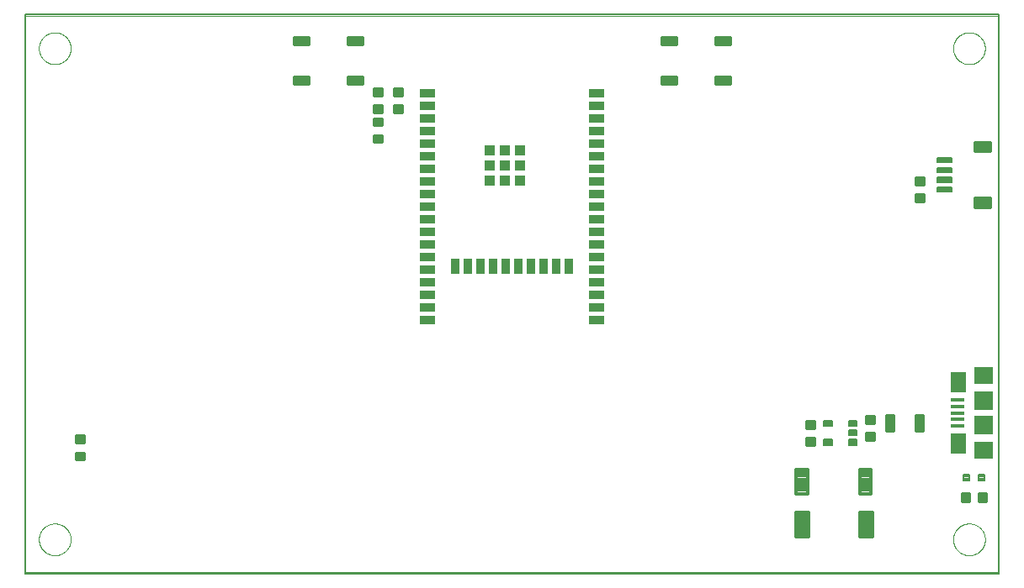
<source format=gtp>
G75*
%MOIN*%
%OFA0B0*%
%FSLAX25Y25*%
%IPPOS*%
%LPD*%
%AMOC8*
5,1,8,0,0,1.08239X$1,22.5*
%
%ADD10C,0.00000*%
%ADD11C,0.01575*%
%ADD12C,0.01476*%
%ADD13C,0.00984*%
%ADD14C,0.00787*%
%ADD15C,0.00500*%
%ADD16R,0.05906X0.03543*%
%ADD17R,0.03543X0.05906*%
%ADD18R,0.04134X0.04134*%
%ADD19R,0.04094X0.04094*%
%ADD20R,0.04094X0.04134*%
%ADD21R,0.04134X0.04094*%
%ADD22C,0.00689*%
%ADD23R,0.05315X0.01575*%
%ADD24R,0.06299X0.08268*%
%ADD25R,0.07480X0.07087*%
%ADD26R,0.07480X0.07480*%
%ADD27C,0.01181*%
%ADD28C,0.00591*%
D10*
X0003000Y0010697D02*
X0003000Y0231169D01*
X0388827Y0231169D01*
X0388827Y0010697D01*
X0003000Y0010697D01*
X0008512Y0023492D02*
X0008514Y0023650D01*
X0008520Y0023808D01*
X0008530Y0023966D01*
X0008544Y0024124D01*
X0008562Y0024281D01*
X0008583Y0024438D01*
X0008609Y0024594D01*
X0008639Y0024750D01*
X0008672Y0024905D01*
X0008710Y0025058D01*
X0008751Y0025211D01*
X0008796Y0025363D01*
X0008845Y0025514D01*
X0008898Y0025663D01*
X0008954Y0025811D01*
X0009014Y0025957D01*
X0009078Y0026102D01*
X0009146Y0026245D01*
X0009217Y0026387D01*
X0009291Y0026527D01*
X0009369Y0026664D01*
X0009451Y0026800D01*
X0009535Y0026934D01*
X0009624Y0027065D01*
X0009715Y0027194D01*
X0009810Y0027321D01*
X0009907Y0027446D01*
X0010008Y0027568D01*
X0010112Y0027687D01*
X0010219Y0027804D01*
X0010329Y0027918D01*
X0010442Y0028029D01*
X0010557Y0028138D01*
X0010675Y0028243D01*
X0010796Y0028345D01*
X0010919Y0028445D01*
X0011045Y0028541D01*
X0011173Y0028634D01*
X0011303Y0028724D01*
X0011436Y0028810D01*
X0011571Y0028894D01*
X0011707Y0028973D01*
X0011846Y0029050D01*
X0011987Y0029122D01*
X0012129Y0029192D01*
X0012273Y0029257D01*
X0012419Y0029319D01*
X0012566Y0029377D01*
X0012715Y0029432D01*
X0012865Y0029483D01*
X0013016Y0029530D01*
X0013168Y0029573D01*
X0013321Y0029612D01*
X0013476Y0029648D01*
X0013631Y0029679D01*
X0013787Y0029707D01*
X0013943Y0029731D01*
X0014100Y0029751D01*
X0014258Y0029767D01*
X0014415Y0029779D01*
X0014574Y0029787D01*
X0014732Y0029791D01*
X0014890Y0029791D01*
X0015048Y0029787D01*
X0015207Y0029779D01*
X0015364Y0029767D01*
X0015522Y0029751D01*
X0015679Y0029731D01*
X0015835Y0029707D01*
X0015991Y0029679D01*
X0016146Y0029648D01*
X0016301Y0029612D01*
X0016454Y0029573D01*
X0016606Y0029530D01*
X0016757Y0029483D01*
X0016907Y0029432D01*
X0017056Y0029377D01*
X0017203Y0029319D01*
X0017349Y0029257D01*
X0017493Y0029192D01*
X0017635Y0029122D01*
X0017776Y0029050D01*
X0017915Y0028973D01*
X0018051Y0028894D01*
X0018186Y0028810D01*
X0018319Y0028724D01*
X0018449Y0028634D01*
X0018577Y0028541D01*
X0018703Y0028445D01*
X0018826Y0028345D01*
X0018947Y0028243D01*
X0019065Y0028138D01*
X0019180Y0028029D01*
X0019293Y0027918D01*
X0019403Y0027804D01*
X0019510Y0027687D01*
X0019614Y0027568D01*
X0019715Y0027446D01*
X0019812Y0027321D01*
X0019907Y0027194D01*
X0019998Y0027065D01*
X0020087Y0026934D01*
X0020171Y0026800D01*
X0020253Y0026664D01*
X0020331Y0026527D01*
X0020405Y0026387D01*
X0020476Y0026245D01*
X0020544Y0026102D01*
X0020608Y0025957D01*
X0020668Y0025811D01*
X0020724Y0025663D01*
X0020777Y0025514D01*
X0020826Y0025363D01*
X0020871Y0025211D01*
X0020912Y0025058D01*
X0020950Y0024905D01*
X0020983Y0024750D01*
X0021013Y0024594D01*
X0021039Y0024438D01*
X0021060Y0024281D01*
X0021078Y0024124D01*
X0021092Y0023966D01*
X0021102Y0023808D01*
X0021108Y0023650D01*
X0021110Y0023492D01*
X0021108Y0023334D01*
X0021102Y0023176D01*
X0021092Y0023018D01*
X0021078Y0022860D01*
X0021060Y0022703D01*
X0021039Y0022546D01*
X0021013Y0022390D01*
X0020983Y0022234D01*
X0020950Y0022079D01*
X0020912Y0021926D01*
X0020871Y0021773D01*
X0020826Y0021621D01*
X0020777Y0021470D01*
X0020724Y0021321D01*
X0020668Y0021173D01*
X0020608Y0021027D01*
X0020544Y0020882D01*
X0020476Y0020739D01*
X0020405Y0020597D01*
X0020331Y0020457D01*
X0020253Y0020320D01*
X0020171Y0020184D01*
X0020087Y0020050D01*
X0019998Y0019919D01*
X0019907Y0019790D01*
X0019812Y0019663D01*
X0019715Y0019538D01*
X0019614Y0019416D01*
X0019510Y0019297D01*
X0019403Y0019180D01*
X0019293Y0019066D01*
X0019180Y0018955D01*
X0019065Y0018846D01*
X0018947Y0018741D01*
X0018826Y0018639D01*
X0018703Y0018539D01*
X0018577Y0018443D01*
X0018449Y0018350D01*
X0018319Y0018260D01*
X0018186Y0018174D01*
X0018051Y0018090D01*
X0017915Y0018011D01*
X0017776Y0017934D01*
X0017635Y0017862D01*
X0017493Y0017792D01*
X0017349Y0017727D01*
X0017203Y0017665D01*
X0017056Y0017607D01*
X0016907Y0017552D01*
X0016757Y0017501D01*
X0016606Y0017454D01*
X0016454Y0017411D01*
X0016301Y0017372D01*
X0016146Y0017336D01*
X0015991Y0017305D01*
X0015835Y0017277D01*
X0015679Y0017253D01*
X0015522Y0017233D01*
X0015364Y0017217D01*
X0015207Y0017205D01*
X0015048Y0017197D01*
X0014890Y0017193D01*
X0014732Y0017193D01*
X0014574Y0017197D01*
X0014415Y0017205D01*
X0014258Y0017217D01*
X0014100Y0017233D01*
X0013943Y0017253D01*
X0013787Y0017277D01*
X0013631Y0017305D01*
X0013476Y0017336D01*
X0013321Y0017372D01*
X0013168Y0017411D01*
X0013016Y0017454D01*
X0012865Y0017501D01*
X0012715Y0017552D01*
X0012566Y0017607D01*
X0012419Y0017665D01*
X0012273Y0017727D01*
X0012129Y0017792D01*
X0011987Y0017862D01*
X0011846Y0017934D01*
X0011707Y0018011D01*
X0011571Y0018090D01*
X0011436Y0018174D01*
X0011303Y0018260D01*
X0011173Y0018350D01*
X0011045Y0018443D01*
X0010919Y0018539D01*
X0010796Y0018639D01*
X0010675Y0018741D01*
X0010557Y0018846D01*
X0010442Y0018955D01*
X0010329Y0019066D01*
X0010219Y0019180D01*
X0010112Y0019297D01*
X0010008Y0019416D01*
X0009907Y0019538D01*
X0009810Y0019663D01*
X0009715Y0019790D01*
X0009624Y0019919D01*
X0009535Y0020050D01*
X0009451Y0020184D01*
X0009369Y0020320D01*
X0009291Y0020457D01*
X0009217Y0020597D01*
X0009146Y0020739D01*
X0009078Y0020882D01*
X0009014Y0021027D01*
X0008954Y0021173D01*
X0008898Y0021321D01*
X0008845Y0021470D01*
X0008796Y0021621D01*
X0008751Y0021773D01*
X0008710Y0021926D01*
X0008672Y0022079D01*
X0008639Y0022234D01*
X0008609Y0022390D01*
X0008583Y0022546D01*
X0008562Y0022703D01*
X0008544Y0022860D01*
X0008530Y0023018D01*
X0008520Y0023176D01*
X0008514Y0023334D01*
X0008512Y0023492D01*
X0008512Y0218374D02*
X0008514Y0218532D01*
X0008520Y0218690D01*
X0008530Y0218848D01*
X0008544Y0219006D01*
X0008562Y0219163D01*
X0008583Y0219320D01*
X0008609Y0219476D01*
X0008639Y0219632D01*
X0008672Y0219787D01*
X0008710Y0219940D01*
X0008751Y0220093D01*
X0008796Y0220245D01*
X0008845Y0220396D01*
X0008898Y0220545D01*
X0008954Y0220693D01*
X0009014Y0220839D01*
X0009078Y0220984D01*
X0009146Y0221127D01*
X0009217Y0221269D01*
X0009291Y0221409D01*
X0009369Y0221546D01*
X0009451Y0221682D01*
X0009535Y0221816D01*
X0009624Y0221947D01*
X0009715Y0222076D01*
X0009810Y0222203D01*
X0009907Y0222328D01*
X0010008Y0222450D01*
X0010112Y0222569D01*
X0010219Y0222686D01*
X0010329Y0222800D01*
X0010442Y0222911D01*
X0010557Y0223020D01*
X0010675Y0223125D01*
X0010796Y0223227D01*
X0010919Y0223327D01*
X0011045Y0223423D01*
X0011173Y0223516D01*
X0011303Y0223606D01*
X0011436Y0223692D01*
X0011571Y0223776D01*
X0011707Y0223855D01*
X0011846Y0223932D01*
X0011987Y0224004D01*
X0012129Y0224074D01*
X0012273Y0224139D01*
X0012419Y0224201D01*
X0012566Y0224259D01*
X0012715Y0224314D01*
X0012865Y0224365D01*
X0013016Y0224412D01*
X0013168Y0224455D01*
X0013321Y0224494D01*
X0013476Y0224530D01*
X0013631Y0224561D01*
X0013787Y0224589D01*
X0013943Y0224613D01*
X0014100Y0224633D01*
X0014258Y0224649D01*
X0014415Y0224661D01*
X0014574Y0224669D01*
X0014732Y0224673D01*
X0014890Y0224673D01*
X0015048Y0224669D01*
X0015207Y0224661D01*
X0015364Y0224649D01*
X0015522Y0224633D01*
X0015679Y0224613D01*
X0015835Y0224589D01*
X0015991Y0224561D01*
X0016146Y0224530D01*
X0016301Y0224494D01*
X0016454Y0224455D01*
X0016606Y0224412D01*
X0016757Y0224365D01*
X0016907Y0224314D01*
X0017056Y0224259D01*
X0017203Y0224201D01*
X0017349Y0224139D01*
X0017493Y0224074D01*
X0017635Y0224004D01*
X0017776Y0223932D01*
X0017915Y0223855D01*
X0018051Y0223776D01*
X0018186Y0223692D01*
X0018319Y0223606D01*
X0018449Y0223516D01*
X0018577Y0223423D01*
X0018703Y0223327D01*
X0018826Y0223227D01*
X0018947Y0223125D01*
X0019065Y0223020D01*
X0019180Y0222911D01*
X0019293Y0222800D01*
X0019403Y0222686D01*
X0019510Y0222569D01*
X0019614Y0222450D01*
X0019715Y0222328D01*
X0019812Y0222203D01*
X0019907Y0222076D01*
X0019998Y0221947D01*
X0020087Y0221816D01*
X0020171Y0221682D01*
X0020253Y0221546D01*
X0020331Y0221409D01*
X0020405Y0221269D01*
X0020476Y0221127D01*
X0020544Y0220984D01*
X0020608Y0220839D01*
X0020668Y0220693D01*
X0020724Y0220545D01*
X0020777Y0220396D01*
X0020826Y0220245D01*
X0020871Y0220093D01*
X0020912Y0219940D01*
X0020950Y0219787D01*
X0020983Y0219632D01*
X0021013Y0219476D01*
X0021039Y0219320D01*
X0021060Y0219163D01*
X0021078Y0219006D01*
X0021092Y0218848D01*
X0021102Y0218690D01*
X0021108Y0218532D01*
X0021110Y0218374D01*
X0021108Y0218216D01*
X0021102Y0218058D01*
X0021092Y0217900D01*
X0021078Y0217742D01*
X0021060Y0217585D01*
X0021039Y0217428D01*
X0021013Y0217272D01*
X0020983Y0217116D01*
X0020950Y0216961D01*
X0020912Y0216808D01*
X0020871Y0216655D01*
X0020826Y0216503D01*
X0020777Y0216352D01*
X0020724Y0216203D01*
X0020668Y0216055D01*
X0020608Y0215909D01*
X0020544Y0215764D01*
X0020476Y0215621D01*
X0020405Y0215479D01*
X0020331Y0215339D01*
X0020253Y0215202D01*
X0020171Y0215066D01*
X0020087Y0214932D01*
X0019998Y0214801D01*
X0019907Y0214672D01*
X0019812Y0214545D01*
X0019715Y0214420D01*
X0019614Y0214298D01*
X0019510Y0214179D01*
X0019403Y0214062D01*
X0019293Y0213948D01*
X0019180Y0213837D01*
X0019065Y0213728D01*
X0018947Y0213623D01*
X0018826Y0213521D01*
X0018703Y0213421D01*
X0018577Y0213325D01*
X0018449Y0213232D01*
X0018319Y0213142D01*
X0018186Y0213056D01*
X0018051Y0212972D01*
X0017915Y0212893D01*
X0017776Y0212816D01*
X0017635Y0212744D01*
X0017493Y0212674D01*
X0017349Y0212609D01*
X0017203Y0212547D01*
X0017056Y0212489D01*
X0016907Y0212434D01*
X0016757Y0212383D01*
X0016606Y0212336D01*
X0016454Y0212293D01*
X0016301Y0212254D01*
X0016146Y0212218D01*
X0015991Y0212187D01*
X0015835Y0212159D01*
X0015679Y0212135D01*
X0015522Y0212115D01*
X0015364Y0212099D01*
X0015207Y0212087D01*
X0015048Y0212079D01*
X0014890Y0212075D01*
X0014732Y0212075D01*
X0014574Y0212079D01*
X0014415Y0212087D01*
X0014258Y0212099D01*
X0014100Y0212115D01*
X0013943Y0212135D01*
X0013787Y0212159D01*
X0013631Y0212187D01*
X0013476Y0212218D01*
X0013321Y0212254D01*
X0013168Y0212293D01*
X0013016Y0212336D01*
X0012865Y0212383D01*
X0012715Y0212434D01*
X0012566Y0212489D01*
X0012419Y0212547D01*
X0012273Y0212609D01*
X0012129Y0212674D01*
X0011987Y0212744D01*
X0011846Y0212816D01*
X0011707Y0212893D01*
X0011571Y0212972D01*
X0011436Y0213056D01*
X0011303Y0213142D01*
X0011173Y0213232D01*
X0011045Y0213325D01*
X0010919Y0213421D01*
X0010796Y0213521D01*
X0010675Y0213623D01*
X0010557Y0213728D01*
X0010442Y0213837D01*
X0010329Y0213948D01*
X0010219Y0214062D01*
X0010112Y0214179D01*
X0010008Y0214298D01*
X0009907Y0214420D01*
X0009810Y0214545D01*
X0009715Y0214672D01*
X0009624Y0214801D01*
X0009535Y0214932D01*
X0009451Y0215066D01*
X0009369Y0215202D01*
X0009291Y0215339D01*
X0009217Y0215479D01*
X0009146Y0215621D01*
X0009078Y0215764D01*
X0009014Y0215909D01*
X0008954Y0216055D01*
X0008898Y0216203D01*
X0008845Y0216352D01*
X0008796Y0216503D01*
X0008751Y0216655D01*
X0008710Y0216808D01*
X0008672Y0216961D01*
X0008639Y0217116D01*
X0008609Y0217272D01*
X0008583Y0217428D01*
X0008562Y0217585D01*
X0008544Y0217742D01*
X0008530Y0217900D01*
X0008520Y0218058D01*
X0008514Y0218216D01*
X0008512Y0218374D01*
X0370717Y0218374D02*
X0370719Y0218532D01*
X0370725Y0218690D01*
X0370735Y0218848D01*
X0370749Y0219006D01*
X0370767Y0219163D01*
X0370788Y0219320D01*
X0370814Y0219476D01*
X0370844Y0219632D01*
X0370877Y0219787D01*
X0370915Y0219940D01*
X0370956Y0220093D01*
X0371001Y0220245D01*
X0371050Y0220396D01*
X0371103Y0220545D01*
X0371159Y0220693D01*
X0371219Y0220839D01*
X0371283Y0220984D01*
X0371351Y0221127D01*
X0371422Y0221269D01*
X0371496Y0221409D01*
X0371574Y0221546D01*
X0371656Y0221682D01*
X0371740Y0221816D01*
X0371829Y0221947D01*
X0371920Y0222076D01*
X0372015Y0222203D01*
X0372112Y0222328D01*
X0372213Y0222450D01*
X0372317Y0222569D01*
X0372424Y0222686D01*
X0372534Y0222800D01*
X0372647Y0222911D01*
X0372762Y0223020D01*
X0372880Y0223125D01*
X0373001Y0223227D01*
X0373124Y0223327D01*
X0373250Y0223423D01*
X0373378Y0223516D01*
X0373508Y0223606D01*
X0373641Y0223692D01*
X0373776Y0223776D01*
X0373912Y0223855D01*
X0374051Y0223932D01*
X0374192Y0224004D01*
X0374334Y0224074D01*
X0374478Y0224139D01*
X0374624Y0224201D01*
X0374771Y0224259D01*
X0374920Y0224314D01*
X0375070Y0224365D01*
X0375221Y0224412D01*
X0375373Y0224455D01*
X0375526Y0224494D01*
X0375681Y0224530D01*
X0375836Y0224561D01*
X0375992Y0224589D01*
X0376148Y0224613D01*
X0376305Y0224633D01*
X0376463Y0224649D01*
X0376620Y0224661D01*
X0376779Y0224669D01*
X0376937Y0224673D01*
X0377095Y0224673D01*
X0377253Y0224669D01*
X0377412Y0224661D01*
X0377569Y0224649D01*
X0377727Y0224633D01*
X0377884Y0224613D01*
X0378040Y0224589D01*
X0378196Y0224561D01*
X0378351Y0224530D01*
X0378506Y0224494D01*
X0378659Y0224455D01*
X0378811Y0224412D01*
X0378962Y0224365D01*
X0379112Y0224314D01*
X0379261Y0224259D01*
X0379408Y0224201D01*
X0379554Y0224139D01*
X0379698Y0224074D01*
X0379840Y0224004D01*
X0379981Y0223932D01*
X0380120Y0223855D01*
X0380256Y0223776D01*
X0380391Y0223692D01*
X0380524Y0223606D01*
X0380654Y0223516D01*
X0380782Y0223423D01*
X0380908Y0223327D01*
X0381031Y0223227D01*
X0381152Y0223125D01*
X0381270Y0223020D01*
X0381385Y0222911D01*
X0381498Y0222800D01*
X0381608Y0222686D01*
X0381715Y0222569D01*
X0381819Y0222450D01*
X0381920Y0222328D01*
X0382017Y0222203D01*
X0382112Y0222076D01*
X0382203Y0221947D01*
X0382292Y0221816D01*
X0382376Y0221682D01*
X0382458Y0221546D01*
X0382536Y0221409D01*
X0382610Y0221269D01*
X0382681Y0221127D01*
X0382749Y0220984D01*
X0382813Y0220839D01*
X0382873Y0220693D01*
X0382929Y0220545D01*
X0382982Y0220396D01*
X0383031Y0220245D01*
X0383076Y0220093D01*
X0383117Y0219940D01*
X0383155Y0219787D01*
X0383188Y0219632D01*
X0383218Y0219476D01*
X0383244Y0219320D01*
X0383265Y0219163D01*
X0383283Y0219006D01*
X0383297Y0218848D01*
X0383307Y0218690D01*
X0383313Y0218532D01*
X0383315Y0218374D01*
X0383313Y0218216D01*
X0383307Y0218058D01*
X0383297Y0217900D01*
X0383283Y0217742D01*
X0383265Y0217585D01*
X0383244Y0217428D01*
X0383218Y0217272D01*
X0383188Y0217116D01*
X0383155Y0216961D01*
X0383117Y0216808D01*
X0383076Y0216655D01*
X0383031Y0216503D01*
X0382982Y0216352D01*
X0382929Y0216203D01*
X0382873Y0216055D01*
X0382813Y0215909D01*
X0382749Y0215764D01*
X0382681Y0215621D01*
X0382610Y0215479D01*
X0382536Y0215339D01*
X0382458Y0215202D01*
X0382376Y0215066D01*
X0382292Y0214932D01*
X0382203Y0214801D01*
X0382112Y0214672D01*
X0382017Y0214545D01*
X0381920Y0214420D01*
X0381819Y0214298D01*
X0381715Y0214179D01*
X0381608Y0214062D01*
X0381498Y0213948D01*
X0381385Y0213837D01*
X0381270Y0213728D01*
X0381152Y0213623D01*
X0381031Y0213521D01*
X0380908Y0213421D01*
X0380782Y0213325D01*
X0380654Y0213232D01*
X0380524Y0213142D01*
X0380391Y0213056D01*
X0380256Y0212972D01*
X0380120Y0212893D01*
X0379981Y0212816D01*
X0379840Y0212744D01*
X0379698Y0212674D01*
X0379554Y0212609D01*
X0379408Y0212547D01*
X0379261Y0212489D01*
X0379112Y0212434D01*
X0378962Y0212383D01*
X0378811Y0212336D01*
X0378659Y0212293D01*
X0378506Y0212254D01*
X0378351Y0212218D01*
X0378196Y0212187D01*
X0378040Y0212159D01*
X0377884Y0212135D01*
X0377727Y0212115D01*
X0377569Y0212099D01*
X0377412Y0212087D01*
X0377253Y0212079D01*
X0377095Y0212075D01*
X0376937Y0212075D01*
X0376779Y0212079D01*
X0376620Y0212087D01*
X0376463Y0212099D01*
X0376305Y0212115D01*
X0376148Y0212135D01*
X0375992Y0212159D01*
X0375836Y0212187D01*
X0375681Y0212218D01*
X0375526Y0212254D01*
X0375373Y0212293D01*
X0375221Y0212336D01*
X0375070Y0212383D01*
X0374920Y0212434D01*
X0374771Y0212489D01*
X0374624Y0212547D01*
X0374478Y0212609D01*
X0374334Y0212674D01*
X0374192Y0212744D01*
X0374051Y0212816D01*
X0373912Y0212893D01*
X0373776Y0212972D01*
X0373641Y0213056D01*
X0373508Y0213142D01*
X0373378Y0213232D01*
X0373250Y0213325D01*
X0373124Y0213421D01*
X0373001Y0213521D01*
X0372880Y0213623D01*
X0372762Y0213728D01*
X0372647Y0213837D01*
X0372534Y0213948D01*
X0372424Y0214062D01*
X0372317Y0214179D01*
X0372213Y0214298D01*
X0372112Y0214420D01*
X0372015Y0214545D01*
X0371920Y0214672D01*
X0371829Y0214801D01*
X0371740Y0214932D01*
X0371656Y0215066D01*
X0371574Y0215202D01*
X0371496Y0215339D01*
X0371422Y0215479D01*
X0371351Y0215621D01*
X0371283Y0215764D01*
X0371219Y0215909D01*
X0371159Y0216055D01*
X0371103Y0216203D01*
X0371050Y0216352D01*
X0371001Y0216503D01*
X0370956Y0216655D01*
X0370915Y0216808D01*
X0370877Y0216961D01*
X0370844Y0217116D01*
X0370814Y0217272D01*
X0370788Y0217428D01*
X0370767Y0217585D01*
X0370749Y0217742D01*
X0370735Y0217900D01*
X0370725Y0218058D01*
X0370719Y0218216D01*
X0370717Y0218374D01*
X0370717Y0023492D02*
X0370719Y0023650D01*
X0370725Y0023808D01*
X0370735Y0023966D01*
X0370749Y0024124D01*
X0370767Y0024281D01*
X0370788Y0024438D01*
X0370814Y0024594D01*
X0370844Y0024750D01*
X0370877Y0024905D01*
X0370915Y0025058D01*
X0370956Y0025211D01*
X0371001Y0025363D01*
X0371050Y0025514D01*
X0371103Y0025663D01*
X0371159Y0025811D01*
X0371219Y0025957D01*
X0371283Y0026102D01*
X0371351Y0026245D01*
X0371422Y0026387D01*
X0371496Y0026527D01*
X0371574Y0026664D01*
X0371656Y0026800D01*
X0371740Y0026934D01*
X0371829Y0027065D01*
X0371920Y0027194D01*
X0372015Y0027321D01*
X0372112Y0027446D01*
X0372213Y0027568D01*
X0372317Y0027687D01*
X0372424Y0027804D01*
X0372534Y0027918D01*
X0372647Y0028029D01*
X0372762Y0028138D01*
X0372880Y0028243D01*
X0373001Y0028345D01*
X0373124Y0028445D01*
X0373250Y0028541D01*
X0373378Y0028634D01*
X0373508Y0028724D01*
X0373641Y0028810D01*
X0373776Y0028894D01*
X0373912Y0028973D01*
X0374051Y0029050D01*
X0374192Y0029122D01*
X0374334Y0029192D01*
X0374478Y0029257D01*
X0374624Y0029319D01*
X0374771Y0029377D01*
X0374920Y0029432D01*
X0375070Y0029483D01*
X0375221Y0029530D01*
X0375373Y0029573D01*
X0375526Y0029612D01*
X0375681Y0029648D01*
X0375836Y0029679D01*
X0375992Y0029707D01*
X0376148Y0029731D01*
X0376305Y0029751D01*
X0376463Y0029767D01*
X0376620Y0029779D01*
X0376779Y0029787D01*
X0376937Y0029791D01*
X0377095Y0029791D01*
X0377253Y0029787D01*
X0377412Y0029779D01*
X0377569Y0029767D01*
X0377727Y0029751D01*
X0377884Y0029731D01*
X0378040Y0029707D01*
X0378196Y0029679D01*
X0378351Y0029648D01*
X0378506Y0029612D01*
X0378659Y0029573D01*
X0378811Y0029530D01*
X0378962Y0029483D01*
X0379112Y0029432D01*
X0379261Y0029377D01*
X0379408Y0029319D01*
X0379554Y0029257D01*
X0379698Y0029192D01*
X0379840Y0029122D01*
X0379981Y0029050D01*
X0380120Y0028973D01*
X0380256Y0028894D01*
X0380391Y0028810D01*
X0380524Y0028724D01*
X0380654Y0028634D01*
X0380782Y0028541D01*
X0380908Y0028445D01*
X0381031Y0028345D01*
X0381152Y0028243D01*
X0381270Y0028138D01*
X0381385Y0028029D01*
X0381498Y0027918D01*
X0381608Y0027804D01*
X0381715Y0027687D01*
X0381819Y0027568D01*
X0381920Y0027446D01*
X0382017Y0027321D01*
X0382112Y0027194D01*
X0382203Y0027065D01*
X0382292Y0026934D01*
X0382376Y0026800D01*
X0382458Y0026664D01*
X0382536Y0026527D01*
X0382610Y0026387D01*
X0382681Y0026245D01*
X0382749Y0026102D01*
X0382813Y0025957D01*
X0382873Y0025811D01*
X0382929Y0025663D01*
X0382982Y0025514D01*
X0383031Y0025363D01*
X0383076Y0025211D01*
X0383117Y0025058D01*
X0383155Y0024905D01*
X0383188Y0024750D01*
X0383218Y0024594D01*
X0383244Y0024438D01*
X0383265Y0024281D01*
X0383283Y0024124D01*
X0383297Y0023966D01*
X0383307Y0023808D01*
X0383313Y0023650D01*
X0383315Y0023492D01*
X0383313Y0023334D01*
X0383307Y0023176D01*
X0383297Y0023018D01*
X0383283Y0022860D01*
X0383265Y0022703D01*
X0383244Y0022546D01*
X0383218Y0022390D01*
X0383188Y0022234D01*
X0383155Y0022079D01*
X0383117Y0021926D01*
X0383076Y0021773D01*
X0383031Y0021621D01*
X0382982Y0021470D01*
X0382929Y0021321D01*
X0382873Y0021173D01*
X0382813Y0021027D01*
X0382749Y0020882D01*
X0382681Y0020739D01*
X0382610Y0020597D01*
X0382536Y0020457D01*
X0382458Y0020320D01*
X0382376Y0020184D01*
X0382292Y0020050D01*
X0382203Y0019919D01*
X0382112Y0019790D01*
X0382017Y0019663D01*
X0381920Y0019538D01*
X0381819Y0019416D01*
X0381715Y0019297D01*
X0381608Y0019180D01*
X0381498Y0019066D01*
X0381385Y0018955D01*
X0381270Y0018846D01*
X0381152Y0018741D01*
X0381031Y0018639D01*
X0380908Y0018539D01*
X0380782Y0018443D01*
X0380654Y0018350D01*
X0380524Y0018260D01*
X0380391Y0018174D01*
X0380256Y0018090D01*
X0380120Y0018011D01*
X0379981Y0017934D01*
X0379840Y0017862D01*
X0379698Y0017792D01*
X0379554Y0017727D01*
X0379408Y0017665D01*
X0379261Y0017607D01*
X0379112Y0017552D01*
X0378962Y0017501D01*
X0378811Y0017454D01*
X0378659Y0017411D01*
X0378506Y0017372D01*
X0378351Y0017336D01*
X0378196Y0017305D01*
X0378040Y0017277D01*
X0377884Y0017253D01*
X0377727Y0017233D01*
X0377569Y0017217D01*
X0377412Y0017205D01*
X0377253Y0017197D01*
X0377095Y0017193D01*
X0376937Y0017193D01*
X0376779Y0017197D01*
X0376620Y0017205D01*
X0376463Y0017217D01*
X0376305Y0017233D01*
X0376148Y0017253D01*
X0375992Y0017277D01*
X0375836Y0017305D01*
X0375681Y0017336D01*
X0375526Y0017372D01*
X0375373Y0017411D01*
X0375221Y0017454D01*
X0375070Y0017501D01*
X0374920Y0017552D01*
X0374771Y0017607D01*
X0374624Y0017665D01*
X0374478Y0017727D01*
X0374334Y0017792D01*
X0374192Y0017862D01*
X0374051Y0017934D01*
X0373912Y0018011D01*
X0373776Y0018090D01*
X0373641Y0018174D01*
X0373508Y0018260D01*
X0373378Y0018350D01*
X0373250Y0018443D01*
X0373124Y0018539D01*
X0373001Y0018639D01*
X0372880Y0018741D01*
X0372762Y0018846D01*
X0372647Y0018955D01*
X0372534Y0019066D01*
X0372424Y0019180D01*
X0372317Y0019297D01*
X0372213Y0019416D01*
X0372112Y0019538D01*
X0372015Y0019663D01*
X0371920Y0019790D01*
X0371829Y0019919D01*
X0371740Y0020050D01*
X0371656Y0020184D01*
X0371574Y0020320D01*
X0371496Y0020457D01*
X0371422Y0020597D01*
X0371351Y0020739D01*
X0371283Y0020882D01*
X0371219Y0021027D01*
X0371159Y0021173D01*
X0371103Y0021321D01*
X0371050Y0021470D01*
X0371001Y0021621D01*
X0370956Y0021773D01*
X0370915Y0021926D01*
X0370877Y0022079D01*
X0370844Y0022234D01*
X0370814Y0022390D01*
X0370788Y0022546D01*
X0370767Y0022703D01*
X0370749Y0022860D01*
X0370735Y0023018D01*
X0370725Y0023176D01*
X0370719Y0023334D01*
X0370717Y0023492D01*
D11*
X0338393Y0024830D02*
X0333669Y0024830D01*
X0333669Y0034280D01*
X0338393Y0034280D01*
X0338393Y0024830D01*
X0338393Y0026326D02*
X0333669Y0026326D01*
X0333669Y0027822D02*
X0338393Y0027822D01*
X0338393Y0029318D02*
X0333669Y0029318D01*
X0333669Y0030814D02*
X0338393Y0030814D01*
X0338393Y0032310D02*
X0333669Y0032310D01*
X0333669Y0033806D02*
X0338393Y0033806D01*
X0313079Y0024830D02*
X0308355Y0024830D01*
X0308355Y0034280D01*
X0313079Y0034280D01*
X0313079Y0024830D01*
X0313079Y0026326D02*
X0308355Y0026326D01*
X0308355Y0027822D02*
X0313079Y0027822D01*
X0313079Y0029318D02*
X0308355Y0029318D01*
X0308355Y0030814D02*
X0313079Y0030814D01*
X0313079Y0032310D02*
X0308355Y0032310D01*
X0308355Y0033806D02*
X0313079Y0033806D01*
D12*
X0312932Y0041710D02*
X0308502Y0041710D01*
X0308502Y0051258D01*
X0312932Y0051258D01*
X0312932Y0041710D01*
X0312932Y0043112D02*
X0308502Y0043112D01*
X0308502Y0044514D02*
X0312932Y0044514D01*
X0312932Y0045916D02*
X0308502Y0045916D01*
X0308502Y0047318D02*
X0312932Y0047318D01*
X0312932Y0048720D02*
X0308502Y0048720D01*
X0308502Y0050122D02*
X0312932Y0050122D01*
X0333816Y0041710D02*
X0338246Y0041710D01*
X0333816Y0041710D02*
X0333816Y0051258D01*
X0338246Y0051258D01*
X0338246Y0041710D01*
X0338246Y0043112D02*
X0333816Y0043112D01*
X0333816Y0044514D02*
X0338246Y0044514D01*
X0338246Y0045916D02*
X0333816Y0045916D01*
X0333816Y0047318D02*
X0338246Y0047318D01*
X0338246Y0048720D02*
X0333816Y0048720D01*
X0333816Y0050122D02*
X0338246Y0050122D01*
D13*
X0335973Y0062961D02*
X0335973Y0065913D01*
X0339319Y0065913D01*
X0339319Y0062961D01*
X0335973Y0062961D01*
X0335973Y0063896D02*
X0339319Y0063896D01*
X0339319Y0064831D02*
X0335973Y0064831D01*
X0335973Y0065766D02*
X0339319Y0065766D01*
X0335973Y0069654D02*
X0335973Y0072606D01*
X0339319Y0072606D01*
X0339319Y0069654D01*
X0335973Y0069654D01*
X0335973Y0070589D02*
X0339319Y0070589D01*
X0339319Y0071524D02*
X0335973Y0071524D01*
X0335973Y0072459D02*
X0339319Y0072459D01*
X0344044Y0066701D02*
X0346996Y0066701D01*
X0344044Y0066701D02*
X0344044Y0072803D01*
X0346996Y0072803D01*
X0346996Y0066701D01*
X0346996Y0067636D02*
X0344044Y0067636D01*
X0344044Y0068571D02*
X0346996Y0068571D01*
X0346996Y0069506D02*
X0344044Y0069506D01*
X0344044Y0070441D02*
X0346996Y0070441D01*
X0346996Y0071376D02*
X0344044Y0071376D01*
X0344044Y0072311D02*
X0346996Y0072311D01*
X0355855Y0066701D02*
X0358807Y0066701D01*
X0355855Y0066701D02*
X0355855Y0072803D01*
X0358807Y0072803D01*
X0358807Y0066701D01*
X0358807Y0067636D02*
X0355855Y0067636D01*
X0355855Y0068571D02*
X0358807Y0068571D01*
X0358807Y0069506D02*
X0355855Y0069506D01*
X0355855Y0070441D02*
X0358807Y0070441D01*
X0358807Y0071376D02*
X0355855Y0071376D01*
X0355855Y0072311D02*
X0358807Y0072311D01*
X0315697Y0070638D02*
X0315697Y0067686D01*
X0312351Y0067686D01*
X0312351Y0070638D01*
X0315697Y0070638D01*
X0315697Y0068621D02*
X0312351Y0068621D01*
X0312351Y0069556D02*
X0315697Y0069556D01*
X0315697Y0070491D02*
X0312351Y0070491D01*
X0315697Y0063945D02*
X0315697Y0060993D01*
X0312351Y0060993D01*
X0312351Y0063945D01*
X0315697Y0063945D01*
X0315697Y0061928D02*
X0312351Y0061928D01*
X0312351Y0062863D02*
X0315697Y0062863D01*
X0315697Y0063798D02*
X0312351Y0063798D01*
X0374162Y0038552D02*
X0377114Y0038552D01*
X0374162Y0038552D02*
X0374162Y0041898D01*
X0377114Y0041898D01*
X0377114Y0038552D01*
X0377114Y0039487D02*
X0374162Y0039487D01*
X0374162Y0040422D02*
X0377114Y0040422D01*
X0377114Y0041357D02*
X0374162Y0041357D01*
X0380855Y0038552D02*
X0383807Y0038552D01*
X0380855Y0038552D02*
X0380855Y0041898D01*
X0383807Y0041898D01*
X0383807Y0038552D01*
X0383807Y0039487D02*
X0380855Y0039487D01*
X0380855Y0040422D02*
X0383807Y0040422D01*
X0383807Y0041357D02*
X0380855Y0041357D01*
X0355658Y0157449D02*
X0355658Y0160401D01*
X0359004Y0160401D01*
X0359004Y0157449D01*
X0355658Y0157449D01*
X0355658Y0158384D02*
X0359004Y0158384D01*
X0359004Y0159319D02*
X0355658Y0159319D01*
X0355658Y0160254D02*
X0359004Y0160254D01*
X0355658Y0164142D02*
X0355658Y0167094D01*
X0359004Y0167094D01*
X0359004Y0164142D01*
X0355658Y0164142D01*
X0355658Y0165077D02*
X0359004Y0165077D01*
X0359004Y0166012D02*
X0355658Y0166012D01*
X0355658Y0166947D02*
X0359004Y0166947D01*
X0282429Y0207055D02*
X0276327Y0207055D01*
X0282429Y0207055D02*
X0282429Y0204103D01*
X0276327Y0204103D01*
X0276327Y0207055D01*
X0276327Y0205038D02*
X0282429Y0205038D01*
X0282429Y0205973D02*
X0276327Y0205973D01*
X0276327Y0206908D02*
X0282429Y0206908D01*
X0282429Y0222803D02*
X0276327Y0222803D01*
X0282429Y0222803D02*
X0282429Y0219851D01*
X0276327Y0219851D01*
X0276327Y0222803D01*
X0276327Y0220786D02*
X0282429Y0220786D01*
X0282429Y0221721D02*
X0276327Y0221721D01*
X0276327Y0222656D02*
X0282429Y0222656D01*
X0261169Y0222803D02*
X0255067Y0222803D01*
X0261169Y0222803D02*
X0261169Y0219851D01*
X0255067Y0219851D01*
X0255067Y0222803D01*
X0255067Y0220786D02*
X0261169Y0220786D01*
X0261169Y0221721D02*
X0255067Y0221721D01*
X0255067Y0222656D02*
X0261169Y0222656D01*
X0261169Y0207055D02*
X0255067Y0207055D01*
X0261169Y0207055D02*
X0261169Y0204103D01*
X0255067Y0204103D01*
X0255067Y0207055D01*
X0255067Y0205038D02*
X0261169Y0205038D01*
X0261169Y0205973D02*
X0255067Y0205973D01*
X0255067Y0206908D02*
X0261169Y0206908D01*
X0152311Y0202527D02*
X0152311Y0199575D01*
X0148965Y0199575D01*
X0148965Y0202527D01*
X0152311Y0202527D01*
X0152311Y0200510D02*
X0148965Y0200510D01*
X0148965Y0201445D02*
X0152311Y0201445D01*
X0152311Y0202380D02*
X0148965Y0202380D01*
X0144437Y0202527D02*
X0144437Y0199575D01*
X0141091Y0199575D01*
X0141091Y0202527D01*
X0144437Y0202527D01*
X0144437Y0200510D02*
X0141091Y0200510D01*
X0141091Y0201445D02*
X0144437Y0201445D01*
X0144437Y0202380D02*
X0141091Y0202380D01*
X0136760Y0204103D02*
X0130658Y0204103D01*
X0130658Y0207055D01*
X0136760Y0207055D01*
X0136760Y0204103D01*
X0136760Y0205038D02*
X0130658Y0205038D01*
X0130658Y0205973D02*
X0136760Y0205973D01*
X0136760Y0206908D02*
X0130658Y0206908D01*
X0115500Y0204103D02*
X0109398Y0204103D01*
X0109398Y0207055D01*
X0115500Y0207055D01*
X0115500Y0204103D01*
X0115500Y0205038D02*
X0109398Y0205038D01*
X0109398Y0205973D02*
X0115500Y0205973D01*
X0115500Y0206908D02*
X0109398Y0206908D01*
X0109398Y0219851D02*
X0115500Y0219851D01*
X0109398Y0219851D02*
X0109398Y0222803D01*
X0115500Y0222803D01*
X0115500Y0219851D01*
X0115500Y0220786D02*
X0109398Y0220786D01*
X0109398Y0221721D02*
X0115500Y0221721D01*
X0115500Y0222656D02*
X0109398Y0222656D01*
X0130658Y0219851D02*
X0136760Y0219851D01*
X0130658Y0219851D02*
X0130658Y0222803D01*
X0136760Y0222803D01*
X0136760Y0219851D01*
X0136760Y0220786D02*
X0130658Y0220786D01*
X0130658Y0221721D02*
X0136760Y0221721D01*
X0136760Y0222656D02*
X0130658Y0222656D01*
X0144437Y0195834D02*
X0144437Y0192882D01*
X0141091Y0192882D01*
X0141091Y0195834D01*
X0144437Y0195834D01*
X0144437Y0193817D02*
X0141091Y0193817D01*
X0141091Y0194752D02*
X0144437Y0194752D01*
X0144437Y0195687D02*
X0141091Y0195687D01*
X0152311Y0195834D02*
X0152311Y0192882D01*
X0148965Y0192882D01*
X0148965Y0195834D01*
X0152311Y0195834D01*
X0152311Y0193817D02*
X0148965Y0193817D01*
X0148965Y0194752D02*
X0152311Y0194752D01*
X0152311Y0195687D02*
X0148965Y0195687D01*
X0141091Y0190716D02*
X0141091Y0187764D01*
X0141091Y0190716D02*
X0144437Y0190716D01*
X0144437Y0187764D01*
X0141091Y0187764D01*
X0141091Y0188699D02*
X0144437Y0188699D01*
X0144437Y0189634D02*
X0141091Y0189634D01*
X0141091Y0190569D02*
X0144437Y0190569D01*
X0141091Y0184023D02*
X0141091Y0181071D01*
X0141091Y0184023D02*
X0144437Y0184023D01*
X0144437Y0181071D01*
X0141091Y0181071D01*
X0141091Y0182006D02*
X0144437Y0182006D01*
X0144437Y0182941D02*
X0141091Y0182941D01*
X0141091Y0183876D02*
X0144437Y0183876D01*
X0026327Y0064732D02*
X0026327Y0061780D01*
X0022981Y0061780D01*
X0022981Y0064732D01*
X0026327Y0064732D01*
X0026327Y0062715D02*
X0022981Y0062715D01*
X0022981Y0063650D02*
X0026327Y0063650D01*
X0026327Y0064585D02*
X0022981Y0064585D01*
X0026327Y0058039D02*
X0026327Y0055087D01*
X0022981Y0055087D01*
X0022981Y0058039D01*
X0026327Y0058039D01*
X0026327Y0056022D02*
X0022981Y0056022D01*
X0022981Y0056957D02*
X0026327Y0056957D01*
X0026327Y0057892D02*
X0022981Y0057892D01*
D14*
X0374849Y0046917D02*
X0377213Y0046917D01*
X0374849Y0046917D02*
X0374849Y0049281D01*
X0377213Y0049281D01*
X0377213Y0046917D01*
X0377213Y0047665D02*
X0374849Y0047665D01*
X0374849Y0048413D02*
X0377213Y0048413D01*
X0377213Y0049161D02*
X0374849Y0049161D01*
X0380755Y0046917D02*
X0383119Y0046917D01*
X0380755Y0046917D02*
X0380755Y0049281D01*
X0383119Y0049281D01*
X0383119Y0046917D01*
X0383119Y0047665D02*
X0380755Y0047665D01*
X0380755Y0048413D02*
X0383119Y0048413D01*
X0383119Y0049161D02*
X0380755Y0049161D01*
D15*
X0003000Y0010028D02*
X0003000Y0231839D01*
X0388827Y0231839D01*
X0388827Y0010028D01*
X0003000Y0010028D01*
D16*
X0162449Y0110697D03*
X0162449Y0115697D03*
X0162449Y0120697D03*
X0162449Y0125697D03*
X0162449Y0130697D03*
X0162449Y0135697D03*
X0162449Y0140697D03*
X0162449Y0145697D03*
X0162449Y0150697D03*
X0162449Y0155697D03*
X0162449Y0160697D03*
X0162449Y0165697D03*
X0162449Y0170697D03*
X0162449Y0175697D03*
X0162449Y0180697D03*
X0162449Y0185697D03*
X0162449Y0190697D03*
X0162449Y0195697D03*
X0162449Y0200697D03*
X0229378Y0200697D03*
X0229378Y0195697D03*
X0229378Y0190697D03*
X0229378Y0185697D03*
X0229378Y0180697D03*
X0229378Y0175697D03*
X0229378Y0170697D03*
X0229378Y0165697D03*
X0229378Y0160697D03*
X0229378Y0155697D03*
X0229378Y0150697D03*
X0229378Y0145697D03*
X0229378Y0140697D03*
X0229378Y0135697D03*
X0229378Y0130697D03*
X0229378Y0125697D03*
X0229378Y0120697D03*
X0229378Y0115697D03*
X0229378Y0110697D03*
D17*
X0218413Y0131760D03*
X0213413Y0131760D03*
X0208413Y0131760D03*
X0203413Y0131760D03*
X0198413Y0131760D03*
X0193413Y0131760D03*
X0188413Y0131760D03*
X0183413Y0131760D03*
X0178413Y0131760D03*
X0173413Y0131760D03*
D18*
X0199240Y0165795D03*
X0187232Y0171780D03*
D19*
X0187213Y0177823D03*
D20*
X0193236Y0177803D03*
X0199220Y0177803D03*
X0193236Y0171780D03*
X0193236Y0165795D03*
D21*
X0187232Y0165776D03*
X0199240Y0171799D03*
D22*
X0322734Y0070589D02*
X0322734Y0068521D01*
X0319486Y0068521D01*
X0319486Y0070589D01*
X0322734Y0070589D01*
X0322734Y0069176D02*
X0319486Y0069176D01*
X0319486Y0069831D02*
X0322734Y0069831D01*
X0322734Y0070486D02*
X0319486Y0070486D01*
X0332577Y0070589D02*
X0332577Y0068521D01*
X0329329Y0068521D01*
X0329329Y0070589D01*
X0332577Y0070589D01*
X0332577Y0069176D02*
X0329329Y0069176D01*
X0329329Y0069831D02*
X0332577Y0069831D01*
X0332577Y0070486D02*
X0329329Y0070486D01*
X0332577Y0066849D02*
X0332577Y0064781D01*
X0329329Y0064781D01*
X0329329Y0066849D01*
X0332577Y0066849D01*
X0332577Y0065436D02*
X0329329Y0065436D01*
X0329329Y0066091D02*
X0332577Y0066091D01*
X0332577Y0066746D02*
X0329329Y0066746D01*
X0332577Y0063109D02*
X0332577Y0061041D01*
X0329329Y0061041D01*
X0329329Y0063109D01*
X0332577Y0063109D01*
X0332577Y0061696D02*
X0329329Y0061696D01*
X0329329Y0062351D02*
X0332577Y0062351D01*
X0332577Y0063006D02*
X0329329Y0063006D01*
X0322734Y0063109D02*
X0322734Y0061041D01*
X0319486Y0061041D01*
X0319486Y0063109D01*
X0322734Y0063109D01*
X0322734Y0061696D02*
X0319486Y0061696D01*
X0319486Y0062351D02*
X0322734Y0062351D01*
X0322734Y0063006D02*
X0319486Y0063006D01*
D23*
X0372390Y0068571D03*
X0372390Y0071130D03*
X0372390Y0073689D03*
X0372390Y0076248D03*
X0372390Y0078807D03*
D24*
X0372882Y0085894D03*
X0372882Y0061484D03*
D25*
X0382921Y0058728D03*
X0382921Y0088650D03*
D26*
X0382921Y0078414D03*
X0382921Y0068965D03*
D27*
X0379476Y0155382D02*
X0379476Y0158926D01*
X0385382Y0158926D01*
X0385382Y0155382D01*
X0379476Y0155382D01*
X0379476Y0156504D02*
X0385382Y0156504D01*
X0385382Y0157626D02*
X0379476Y0157626D01*
X0379476Y0158748D02*
X0385382Y0158748D01*
X0379476Y0177429D02*
X0379476Y0180973D01*
X0385382Y0180973D01*
X0385382Y0177429D01*
X0379476Y0177429D01*
X0379476Y0178551D02*
X0385382Y0178551D01*
X0385382Y0179673D02*
X0379476Y0179673D01*
X0379476Y0180795D02*
X0385382Y0180795D01*
D28*
X0364417Y0174969D02*
X0364417Y0173197D01*
X0364417Y0174969D02*
X0369929Y0174969D01*
X0369929Y0173197D01*
X0364417Y0173197D01*
X0364417Y0173758D02*
X0369929Y0173758D01*
X0369929Y0174319D02*
X0364417Y0174319D01*
X0364417Y0174880D02*
X0369929Y0174880D01*
X0364417Y0171032D02*
X0364417Y0169260D01*
X0364417Y0171032D02*
X0369929Y0171032D01*
X0369929Y0169260D01*
X0364417Y0169260D01*
X0364417Y0169821D02*
X0369929Y0169821D01*
X0369929Y0170382D02*
X0364417Y0170382D01*
X0364417Y0170943D02*
X0369929Y0170943D01*
X0364417Y0167095D02*
X0364417Y0165323D01*
X0364417Y0167095D02*
X0369929Y0167095D01*
X0369929Y0165323D01*
X0364417Y0165323D01*
X0364417Y0165884D02*
X0369929Y0165884D01*
X0369929Y0166445D02*
X0364417Y0166445D01*
X0364417Y0167006D02*
X0369929Y0167006D01*
X0364417Y0163158D02*
X0364417Y0161386D01*
X0364417Y0163158D02*
X0369929Y0163158D01*
X0369929Y0161386D01*
X0364417Y0161386D01*
X0364417Y0161947D02*
X0369929Y0161947D01*
X0369929Y0162508D02*
X0364417Y0162508D01*
X0364417Y0163069D02*
X0369929Y0163069D01*
M02*

</source>
